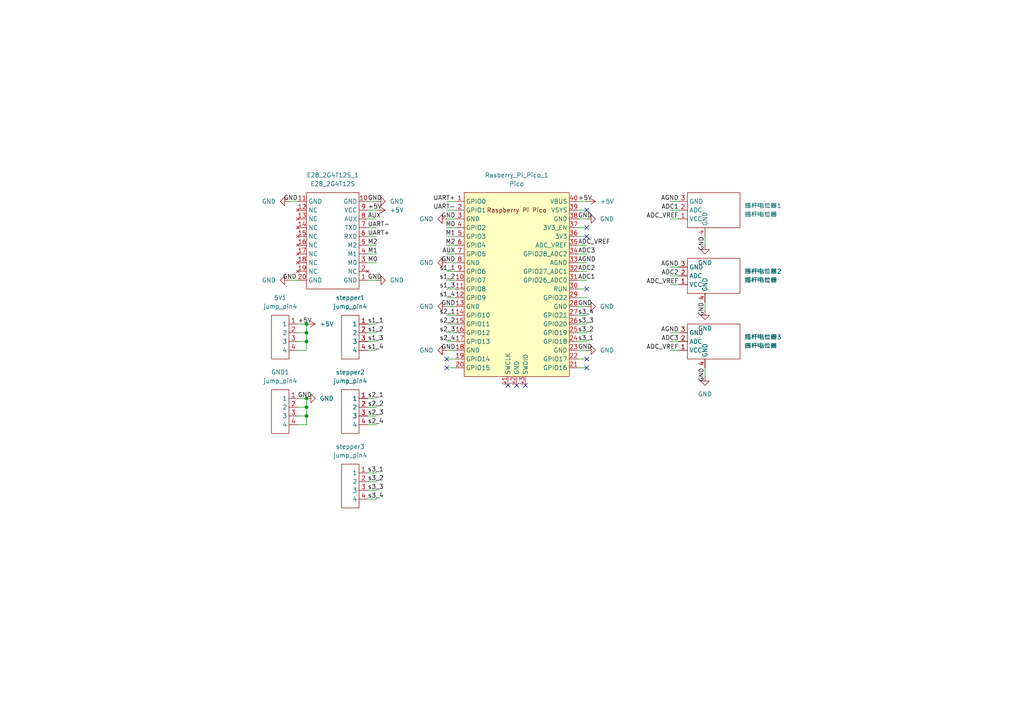
<source format=kicad_sch>
(kicad_sch (version 20211123) (generator eeschema)

  (uuid e63e39d7-6ac0-4ffd-8aa3-1841a4541b55)

  (paper "A4")

  (lib_symbols
    (symbol "E28:E28_2G4T12S" (in_bom yes) (on_board yes)
      (property "Reference" "U" (id 0) (at 0 20.32 0)
        (effects (font (size 1.27 1.27)))
      )
      (property "Value" "E28_2G4T12S" (id 1) (at 0 17.78 0)
        (effects (font (size 1.27 1.27)))
      )
      (property "Footprint" "E28:E28_2G4T12S" (id 2) (at 0 25.4 0)
        (effects (font (size 1.27 1.27)) hide)
      )
      (property "Datasheet" "https://www.ebyte.com/product-view-news.html?id=314" (id 3) (at 0 22.86 0)
        (effects (font (size 1.27 1.27)) hide)
      )
      (property "ki_description" "EBYTE_E28_2G4T12S" (id 4) (at 0 0 0)
        (effects (font (size 1.27 1.27)) hide)
      )
      (symbol "E28_2G4T12S_0_1"
        (rectangle (start 7.62 -12.7) (end -7.62 15.24)
          (stroke (width 0) (type default) (color 0 0 0 0))
          (fill (type none))
        )
      )
      (symbol "E28_2G4T12S_1_1"
        (pin power_in line (at 10.16 -10.16 180) (length 2.54)
          (name "GND" (effects (font (size 1.27 1.27))))
          (number "1" (effects (font (size 1.27 1.27))))
        )
        (pin power_in line (at 10.16 12.7 180) (length 2.54)
          (name "GND" (effects (font (size 1.27 1.27))))
          (number "10" (effects (font (size 1.27 1.27))))
        )
        (pin power_in line (at -10.16 12.7 0) (length 2.54)
          (name "GND" (effects (font (size 1.27 1.27))))
          (number "11" (effects (font (size 1.27 1.27))))
        )
        (pin no_connect line (at -10.16 10.16 0) (length 2.54)
          (name "NC" (effects (font (size 1.27 1.27))))
          (number "12" (effects (font (size 1.27 1.27))))
        )
        (pin no_connect line (at -10.16 7.62 0) (length 2.54)
          (name "NC" (effects (font (size 1.27 1.27))))
          (number "13" (effects (font (size 1.27 1.27))))
        )
        (pin no_connect line (at -10.16 5.08 0) (length 2.54)
          (name "NC" (effects (font (size 1.27 1.27))))
          (number "14" (effects (font (size 1.27 1.27))))
        )
        (pin no_connect line (at -10.16 2.54 0) (length 2.54)
          (name "NC" (effects (font (size 1.27 1.27))))
          (number "15" (effects (font (size 1.27 1.27))))
        )
        (pin no_connect line (at -10.16 0 0) (length 2.54)
          (name "NC" (effects (font (size 1.27 1.27))))
          (number "16" (effects (font (size 1.27 1.27))))
        )
        (pin no_connect line (at -10.16 -2.54 0) (length 2.54)
          (name "NC" (effects (font (size 1.27 1.27))))
          (number "17" (effects (font (size 1.27 1.27))))
        )
        (pin no_connect line (at -10.16 -5.08 0) (length 2.54)
          (name "NC" (effects (font (size 1.27 1.27))))
          (number "18" (effects (font (size 1.27 1.27))))
        )
        (pin no_connect line (at -10.16 -7.62 0) (length 2.54)
          (name "NC" (effects (font (size 1.27 1.27))))
          (number "19" (effects (font (size 1.27 1.27))))
        )
        (pin no_connect line (at 10.16 -7.62 180) (length 2.54)
          (name "NC" (effects (font (size 1.27 1.27))))
          (number "2" (effects (font (size 1.27 1.27))))
        )
        (pin input line (at -10.16 -10.16 0) (length 2.54)
          (name "GND" (effects (font (size 1.27 1.27))))
          (number "20" (effects (font (size 1.27 1.27))))
        )
        (pin input line (at 10.16 -5.08 180) (length 2.54)
          (name "M0" (effects (font (size 1.27 1.27))))
          (number "3" (effects (font (size 1.27 1.27))))
        )
        (pin input line (at 10.16 -2.54 180) (length 2.54)
          (name "M1" (effects (font (size 1.27 1.27))))
          (number "4" (effects (font (size 1.27 1.27))))
        )
        (pin input line (at 10.16 0 180) (length 2.54)
          (name "M2" (effects (font (size 1.27 1.27))))
          (number "5" (effects (font (size 1.27 1.27))))
        )
        (pin input line (at 10.16 2.54 180) (length 2.54)
          (name "RXD" (effects (font (size 1.27 1.27))))
          (number "6" (effects (font (size 1.27 1.27))))
        )
        (pin output line (at 10.16 5.08 180) (length 2.54)
          (name "TXD" (effects (font (size 1.27 1.27))))
          (number "7" (effects (font (size 1.27 1.27))))
        )
        (pin output line (at 10.16 7.62 180) (length 2.54)
          (name "AUX" (effects (font (size 1.27 1.27))))
          (number "8" (effects (font (size 1.27 1.27))))
        )
        (pin power_in line (at 10.16 10.16 180) (length 2.54)
          (name "VCC" (effects (font (size 1.27 1.27))))
          (number "9" (effects (font (size 1.27 1.27))))
        )
      )
    )
    (symbol "PCIO:Pico" (in_bom yes) (on_board yes)
      (property "Reference" "U" (id 0) (at -13.97 27.94 0)
        (effects (font (size 1.27 1.27)))
      )
      (property "Value" "Pico" (id 1) (at 0 19.05 0)
        (effects (font (size 1.27 1.27)))
      )
      (property "Footprint" "PICO:RPi_Pico_SMD_TH" (id 2) (at 0 0 90)
        (effects (font (size 1.27 1.27)) hide)
      )
      (property "Datasheet" "" (id 3) (at 0 0 0)
        (effects (font (size 1.27 1.27)) hide)
      )
      (symbol "Pico_0_0"
        (text "Raspberry Pi Pico" (at 0 21.59 0)
          (effects (font (size 1.27 1.27)))
        )
      )
      (symbol "Pico_0_1"
        (rectangle (start -15.24 26.67) (end 15.24 -26.67)
          (stroke (width 0) (type default) (color 0 0 0 0))
          (fill (type background))
        )
      )
      (symbol "Pico_1_1"
        (pin bidirectional line (at -17.78 24.13 0) (length 2.54)
          (name "GPIO0" (effects (font (size 1.27 1.27))))
          (number "1" (effects (font (size 1.27 1.27))))
        )
        (pin bidirectional line (at -17.78 1.27 0) (length 2.54)
          (name "GPIO7" (effects (font (size 1.27 1.27))))
          (number "10" (effects (font (size 1.27 1.27))))
        )
        (pin bidirectional line (at -17.78 -1.27 0) (length 2.54)
          (name "GPIO8" (effects (font (size 1.27 1.27))))
          (number "11" (effects (font (size 1.27 1.27))))
        )
        (pin bidirectional line (at -17.78 -3.81 0) (length 2.54)
          (name "GPIO9" (effects (font (size 1.27 1.27))))
          (number "12" (effects (font (size 1.27 1.27))))
        )
        (pin power_in line (at -17.78 -6.35 0) (length 2.54)
          (name "GND" (effects (font (size 1.27 1.27))))
          (number "13" (effects (font (size 1.27 1.27))))
        )
        (pin bidirectional line (at -17.78 -8.89 0) (length 2.54)
          (name "GPIO10" (effects (font (size 1.27 1.27))))
          (number "14" (effects (font (size 1.27 1.27))))
        )
        (pin bidirectional line (at -17.78 -11.43 0) (length 2.54)
          (name "GPIO11" (effects (font (size 1.27 1.27))))
          (number "15" (effects (font (size 1.27 1.27))))
        )
        (pin bidirectional line (at -17.78 -13.97 0) (length 2.54)
          (name "GPIO12" (effects (font (size 1.27 1.27))))
          (number "16" (effects (font (size 1.27 1.27))))
        )
        (pin bidirectional line (at -17.78 -16.51 0) (length 2.54)
          (name "GPIO13" (effects (font (size 1.27 1.27))))
          (number "17" (effects (font (size 1.27 1.27))))
        )
        (pin power_in line (at -17.78 -19.05 0) (length 2.54)
          (name "GND" (effects (font (size 1.27 1.27))))
          (number "18" (effects (font (size 1.27 1.27))))
        )
        (pin bidirectional line (at -17.78 -21.59 0) (length 2.54)
          (name "GPIO14" (effects (font (size 1.27 1.27))))
          (number "19" (effects (font (size 1.27 1.27))))
        )
        (pin bidirectional line (at -17.78 21.59 0) (length 2.54)
          (name "GPIO1" (effects (font (size 1.27 1.27))))
          (number "2" (effects (font (size 1.27 1.27))))
        )
        (pin bidirectional line (at -17.78 -24.13 0) (length 2.54)
          (name "GPIO15" (effects (font (size 1.27 1.27))))
          (number "20" (effects (font (size 1.27 1.27))))
        )
        (pin bidirectional line (at 17.78 -24.13 180) (length 2.54)
          (name "GPIO16" (effects (font (size 1.27 1.27))))
          (number "21" (effects (font (size 1.27 1.27))))
        )
        (pin bidirectional line (at 17.78 -21.59 180) (length 2.54)
          (name "GPIO17" (effects (font (size 1.27 1.27))))
          (number "22" (effects (font (size 1.27 1.27))))
        )
        (pin power_in line (at 17.78 -19.05 180) (length 2.54)
          (name "GND" (effects (font (size 1.27 1.27))))
          (number "23" (effects (font (size 1.27 1.27))))
        )
        (pin bidirectional line (at 17.78 -16.51 180) (length 2.54)
          (name "GPIO18" (effects (font (size 1.27 1.27))))
          (number "24" (effects (font (size 1.27 1.27))))
        )
        (pin bidirectional line (at 17.78 -13.97 180) (length 2.54)
          (name "GPIO19" (effects (font (size 1.27 1.27))))
          (number "25" (effects (font (size 1.27 1.27))))
        )
        (pin bidirectional line (at 17.78 -11.43 180) (length 2.54)
          (name "GPIO20" (effects (font (size 1.27 1.27))))
          (number "26" (effects (font (size 1.27 1.27))))
        )
        (pin bidirectional line (at 17.78 -8.89 180) (length 2.54)
          (name "GPIO21" (effects (font (size 1.27 1.27))))
          (number "27" (effects (font (size 1.27 1.27))))
        )
        (pin power_in line (at 17.78 -6.35 180) (length 2.54)
          (name "GND" (effects (font (size 1.27 1.27))))
          (number "28" (effects (font (size 1.27 1.27))))
        )
        (pin bidirectional line (at 17.78 -3.81 180) (length 2.54)
          (name "GPIO22" (effects (font (size 1.27 1.27))))
          (number "29" (effects (font (size 1.27 1.27))))
        )
        (pin power_in line (at -17.78 19.05 0) (length 2.54)
          (name "GND" (effects (font (size 1.27 1.27))))
          (number "3" (effects (font (size 1.27 1.27))))
        )
        (pin input line (at 17.78 -1.27 180) (length 2.54)
          (name "RUN" (effects (font (size 1.27 1.27))))
          (number "30" (effects (font (size 1.27 1.27))))
        )
        (pin bidirectional line (at 17.78 1.27 180) (length 2.54)
          (name "GPIO26_ADC0" (effects (font (size 1.27 1.27))))
          (number "31" (effects (font (size 1.27 1.27))))
        )
        (pin bidirectional line (at 17.78 3.81 180) (length 2.54)
          (name "GPIO27_ADC1" (effects (font (size 1.27 1.27))))
          (number "32" (effects (font (size 1.27 1.27))))
        )
        (pin power_in line (at 17.78 6.35 180) (length 2.54)
          (name "AGND" (effects (font (size 1.27 1.27))))
          (number "33" (effects (font (size 1.27 1.27))))
        )
        (pin bidirectional line (at 17.78 8.89 180) (length 2.54)
          (name "GPIO28_ADC2" (effects (font (size 1.27 1.27))))
          (number "34" (effects (font (size 1.27 1.27))))
        )
        (pin power_in line (at 17.78 11.43 180) (length 2.54)
          (name "ADC_VREF" (effects (font (size 1.27 1.27))))
          (number "35" (effects (font (size 1.27 1.27))))
        )
        (pin power_in line (at 17.78 13.97 180) (length 2.54)
          (name "3V3" (effects (font (size 1.27 1.27))))
          (number "36" (effects (font (size 1.27 1.27))))
        )
        (pin input line (at 17.78 16.51 180) (length 2.54)
          (name "3V3_EN" (effects (font (size 1.27 1.27))))
          (number "37" (effects (font (size 1.27 1.27))))
        )
        (pin bidirectional line (at 17.78 19.05 180) (length 2.54)
          (name "GND" (effects (font (size 1.27 1.27))))
          (number "38" (effects (font (size 1.27 1.27))))
        )
        (pin power_in line (at 17.78 21.59 180) (length 2.54)
          (name "VSYS" (effects (font (size 1.27 1.27))))
          (number "39" (effects (font (size 1.27 1.27))))
        )
        (pin bidirectional line (at -17.78 16.51 0) (length 2.54)
          (name "GPIO2" (effects (font (size 1.27 1.27))))
          (number "4" (effects (font (size 1.27 1.27))))
        )
        (pin power_in line (at 17.78 24.13 180) (length 2.54)
          (name "VBUS" (effects (font (size 1.27 1.27))))
          (number "40" (effects (font (size 1.27 1.27))))
        )
        (pin input line (at -2.54 -29.21 90) (length 2.54)
          (name "SWCLK" (effects (font (size 1.27 1.27))))
          (number "41" (effects (font (size 1.27 1.27))))
        )
        (pin power_in line (at 0 -29.21 90) (length 2.54)
          (name "GND" (effects (font (size 1.27 1.27))))
          (number "42" (effects (font (size 1.27 1.27))))
        )
        (pin bidirectional line (at 2.54 -29.21 90) (length 2.54)
          (name "SWDIO" (effects (font (size 1.27 1.27))))
          (number "43" (effects (font (size 1.27 1.27))))
        )
        (pin bidirectional line (at -17.78 13.97 0) (length 2.54)
          (name "GPIO3" (effects (font (size 1.27 1.27))))
          (number "5" (effects (font (size 1.27 1.27))))
        )
        (pin bidirectional line (at -17.78 11.43 0) (length 2.54)
          (name "GPIO4" (effects (font (size 1.27 1.27))))
          (number "6" (effects (font (size 1.27 1.27))))
        )
        (pin bidirectional line (at -17.78 8.89 0) (length 2.54)
          (name "GPIO5" (effects (font (size 1.27 1.27))))
          (number "7" (effects (font (size 1.27 1.27))))
        )
        (pin power_in line (at -17.78 6.35 0) (length 2.54)
          (name "GND" (effects (font (size 1.27 1.27))))
          (number "8" (effects (font (size 1.27 1.27))))
        )
        (pin bidirectional line (at -17.78 3.81 0) (length 2.54)
          (name "GPIO6" (effects (font (size 1.27 1.27))))
          (number "9" (effects (font (size 1.27 1.27))))
        )
      )
    )
    (symbol "power:+5V" (power) (pin_names (offset 0)) (in_bom yes) (on_board yes)
      (property "Reference" "#PWR" (id 0) (at 0 -3.81 0)
        (effects (font (size 1.27 1.27)) hide)
      )
      (property "Value" "+5V" (id 1) (at 0 3.556 0)
        (effects (font (size 1.27 1.27)))
      )
      (property "Footprint" "" (id 2) (at 0 0 0)
        (effects (font (size 1.27 1.27)) hide)
      )
      (property "Datasheet" "" (id 3) (at 0 0 0)
        (effects (font (size 1.27 1.27)) hide)
      )
      (property "ki_keywords" "power-flag" (id 4) (at 0 0 0)
        (effects (font (size 1.27 1.27)) hide)
      )
      (property "ki_description" "Power symbol creates a global label with name \"+5V\"" (id 5) (at 0 0 0)
        (effects (font (size 1.27 1.27)) hide)
      )
      (symbol "+5V_0_1"
        (polyline
          (pts
            (xy -0.762 1.27)
            (xy 0 2.54)
          )
          (stroke (width 0) (type default) (color 0 0 0 0))
          (fill (type none))
        )
        (polyline
          (pts
            (xy 0 0)
            (xy 0 2.54)
          )
          (stroke (width 0) (type default) (color 0 0 0 0))
          (fill (type none))
        )
        (polyline
          (pts
            (xy 0 2.54)
            (xy 0.762 1.27)
          )
          (stroke (width 0) (type default) (color 0 0 0 0))
          (fill (type none))
        )
      )
      (symbol "+5V_1_1"
        (pin power_in line (at 0 0 90) (length 0) hide
          (name "+5V" (effects (font (size 1.27 1.27))))
          (number "1" (effects (font (size 1.27 1.27))))
        )
      )
    )
    (symbol "power:GND" (power) (pin_names (offset 0)) (in_bom yes) (on_board yes)
      (property "Reference" "#PWR" (id 0) (at 0 -6.35 0)
        (effects (font (size 1.27 1.27)) hide)
      )
      (property "Value" "GND" (id 1) (at 0 -3.81 0)
        (effects (font (size 1.27 1.27)))
      )
      (property "Footprint" "" (id 2) (at 0 0 0)
        (effects (font (size 1.27 1.27)) hide)
      )
      (property "Datasheet" "" (id 3) (at 0 0 0)
        (effects (font (size 1.27 1.27)) hide)
      )
      (property "ki_keywords" "power-flag" (id 4) (at 0 0 0)
        (effects (font (size 1.27 1.27)) hide)
      )
      (property "ki_description" "Power symbol creates a global label with name \"GND\" , ground" (id 5) (at 0 0 0)
        (effects (font (size 1.27 1.27)) hide)
      )
      (symbol "GND_0_1"
        (polyline
          (pts
            (xy 0 0)
            (xy 0 -1.27)
            (xy 1.27 -1.27)
            (xy 0 -2.54)
            (xy -1.27 -1.27)
            (xy 0 -1.27)
          )
          (stroke (width 0) (type default) (color 0 0 0 0))
          (fill (type none))
        )
      )
      (symbol "GND_1_1"
        (pin power_in line (at 0 0 270) (length 0) hide
          (name "GND" (effects (font (size 1.27 1.27))))
          (number "1" (effects (font (size 1.27 1.27))))
        )
      )
    )
    (symbol "电位器:摇杆电位器" (in_bom yes) (on_board yes)
      (property "Reference" "U" (id 0) (at 2.54 -2.54 0)
        (effects (font (size 1.27 1.27)))
      )
      (property "Value" "摇杆电位器" (id 1) (at 2.54 0 0)
        (effects (font (size 1.27 1.27)))
      )
      (property "Footprint" "电位器:摇杆电位器" (id 2) (at 0 6.35 0)
        (effects (font (size 1.27 1.27)) hide)
      )
      (property "Datasheet" "" (id 3) (at 0 0 0)
        (effects (font (size 1.27 1.27)) hide)
      )
      (symbol "摇杆电位器_0_1"
        (rectangle (start -7.62 5.08) (end 7.62 -5.08)
          (stroke (width 0) (type default) (color 0 0 0 0))
          (fill (type none))
        )
      )
      (symbol "摇杆电位器_1_1"
        (pin bidirectional line (at -10.16 -2.54 0) (length 2.54)
          (name "VCC" (effects (font (size 1.27 1.27))))
          (number "1" (effects (font (size 1.27 1.27))))
        )
        (pin bidirectional line (at -10.16 0 0) (length 2.54)
          (name "ADC" (effects (font (size 1.27 1.27))))
          (number "2" (effects (font (size 1.27 1.27))))
        )
        (pin bidirectional line (at -10.16 2.54 0) (length 2.54)
          (name "GND" (effects (font (size 1.27 1.27))))
          (number "3" (effects (font (size 1.27 1.27))))
        )
        (pin passive line (at -2.54 -7.62 90) (length 2.54)
          (name "GND" (effects (font (size 1.27 1.27))))
          (number "4" (effects (font (size 1.27 1.27))))
        )
      )
    )
    (symbol "跳线:jump_pin4" (in_bom yes) (on_board yes)
      (property "Reference" "J" (id 0) (at -1.27 1.27 0)
        (effects (font (size 1.27 1.27)))
      )
      (property "Value" "jump_pin4" (id 1) (at -1.27 -1.27 0)
        (effects (font (size 1.27 1.27)))
      )
      (property "Footprint" "跳线:SIP-4" (id 2) (at -1.27 -3.81 0)
        (effects (font (size 1.27 1.27)) hide)
      )
      (property "Datasheet" "" (id 3) (at 0 0 0)
        (effects (font (size 1.27 1.27)) hide)
      )
      (symbol "jump_pin4_0_1"
        (rectangle (start -7.62 2.54) (end 5.08 -2.54)
          (stroke (width 0) (type default) (color 0 0 0 0))
          (fill (type none))
        )
      )
      (symbol "jump_pin4_1_1"
        (pin passive line (at -5.08 5.08 270) (length 2.54)
          (name "1" (effects (font (size 1.27 1.27))))
          (number "1" (effects (font (size 1.27 1.27))))
        )
        (pin passive line (at -2.54 5.08 270) (length 2.54)
          (name "2" (effects (font (size 1.27 1.27))))
          (number "2" (effects (font (size 1.27 1.27))))
        )
        (pin passive line (at 0 5.08 270) (length 2.54)
          (name "3" (effects (font (size 1.27 1.27))))
          (number "3" (effects (font (size 1.27 1.27))))
        )
        (pin passive line (at 2.54 5.08 270) (length 2.54)
          (name "4" (effects (font (size 1.27 1.27))))
          (number "4" (effects (font (size 1.27 1.27))))
        )
      )
    )
  )

  (junction (at 88.9 93.98) (diameter 0) (color 0 0 0 0)
    (uuid 36eb2580-2e7a-4e6b-80cf-bfa01cccc29f)
  )
  (junction (at 88.9 99.06) (diameter 0) (color 0 0 0 0)
    (uuid 5828021f-4c7a-4d8d-b434-1601ca6e3bc7)
  )
  (junction (at 88.9 115.57) (diameter 0) (color 0 0 0 0)
    (uuid 82f47992-795b-4d84-b549-c5aae74dd70a)
  )
  (junction (at 88.9 96.52) (diameter 0) (color 0 0 0 0)
    (uuid e5a616b1-184b-4881-a857-009b8d8aea17)
  )
  (junction (at 88.9 118.11) (diameter 0) (color 0 0 0 0)
    (uuid e798bbae-6f37-42c7-b934-1d6f3fd65ed9)
  )
  (junction (at 88.9 120.65) (diameter 0) (color 0 0 0 0)
    (uuid f312a840-4c8b-4870-a3a7-af83de8f5600)
  )

  (no_connect (at 147.32 111.76) (uuid 1dc8e452-664b-4275-a1e0-c84eb397eb76))
  (no_connect (at 149.86 111.76) (uuid 1dc8e452-664b-4275-a1e0-c84eb397eb77))
  (no_connect (at 152.4 111.76) (uuid 1dc8e452-664b-4275-a1e0-c84eb397eb78))
  (no_connect (at 170.18 106.68) (uuid 5dad9408-290a-464f-aacb-95b0201911d4))
  (no_connect (at 170.18 104.14) (uuid 5dad9408-290a-464f-aacb-95b0201911d5))
  (no_connect (at 129.54 106.68) (uuid 5dad9408-290a-464f-aacb-95b0201911d6))
  (no_connect (at 170.18 68.58) (uuid 5dad9408-290a-464f-aacb-95b0201911d7))
  (no_connect (at 170.18 66.04) (uuid 5dad9408-290a-464f-aacb-95b0201911d8))
  (no_connect (at 170.18 60.96) (uuid 5dad9408-290a-464f-aacb-95b0201911d9))
  (no_connect (at 170.18 83.82) (uuid 5dad9408-290a-464f-aacb-95b0201911da))
  (no_connect (at 129.54 104.14) (uuid 5dad9408-290a-464f-aacb-95b0201911db))

  (wire (pts (xy 106.68 81.28) (xy 109.22 81.28))
    (stroke (width 0) (type default) (color 0 0 0 0))
    (uuid 00e74d54-09df-495b-9a27-66b55a67fac2)
  )
  (wire (pts (xy 106.68 76.2) (xy 109.22 76.2))
    (stroke (width 0) (type default) (color 0 0 0 0))
    (uuid 029df318-e6c9-4bb7-bb87-f9491cbd6b24)
  )
  (wire (pts (xy 129.54 93.98) (xy 132.08 93.98))
    (stroke (width 0) (type default) (color 0 0 0 0))
    (uuid 03f21629-4eba-4080-9d47-83b55360a066)
  )
  (wire (pts (xy 167.64 88.9) (xy 170.18 88.9))
    (stroke (width 0) (type default) (color 0 0 0 0))
    (uuid 052c8cda-4526-4bd7-8c0b-5cb7a0f603ea)
  )
  (wire (pts (xy 167.64 99.06) (xy 170.18 99.06))
    (stroke (width 0) (type default) (color 0 0 0 0))
    (uuid 074f2df9-f992-4637-a4f9-8f07c34857ab)
  )
  (wire (pts (xy 204.47 109.22) (xy 204.47 106.68))
    (stroke (width 0) (type default) (color 0 0 0 0))
    (uuid 0a7f48b7-269d-47fa-ab0c-5ecc75deaf9a)
  )
  (wire (pts (xy 129.54 99.06) (xy 132.08 99.06))
    (stroke (width 0) (type default) (color 0 0 0 0))
    (uuid 133e339f-e6ef-41df-a58c-55f82e7f17c4)
  )
  (wire (pts (xy 86.36 115.57) (xy 88.9 115.57))
    (stroke (width 0) (type default) (color 0 0 0 0))
    (uuid 15f8c2ac-2018-4c22-90b9-118d956f2f20)
  )
  (wire (pts (xy 106.68 58.42) (xy 109.22 58.42))
    (stroke (width 0) (type default) (color 0 0 0 0))
    (uuid 1b6d5f4d-dc14-4986-867a-070c554b1fa5)
  )
  (wire (pts (xy 167.64 83.82) (xy 170.18 83.82))
    (stroke (width 0) (type default) (color 0 0 0 0))
    (uuid 1ff8fb44-9626-4bd8-b32b-dcbd1639a526)
  )
  (wire (pts (xy 86.36 118.11) (xy 88.9 118.11))
    (stroke (width 0) (type default) (color 0 0 0 0))
    (uuid 2145164f-ee52-412a-829f-5a0805e13c01)
  )
  (wire (pts (xy 106.68 115.57) (xy 109.22 115.57))
    (stroke (width 0) (type default) (color 0 0 0 0))
    (uuid 226677ed-1994-4a7a-b64b-2ad328a85caf)
  )
  (wire (pts (xy 167.64 78.74) (xy 170.18 78.74))
    (stroke (width 0) (type default) (color 0 0 0 0))
    (uuid 26b456c4-9cb8-452c-b66f-7a24b5b4c892)
  )
  (wire (pts (xy 129.54 91.44) (xy 132.08 91.44))
    (stroke (width 0) (type default) (color 0 0 0 0))
    (uuid 29959695-e2f7-4146-b6ec-ee67f0fa9640)
  )
  (wire (pts (xy 129.54 106.68) (xy 132.08 106.68))
    (stroke (width 0) (type default) (color 0 0 0 0))
    (uuid 2a5e0643-fcb3-44d9-9f3d-ba6af27daf3d)
  )
  (wire (pts (xy 129.54 58.42) (xy 132.08 58.42))
    (stroke (width 0) (type default) (color 0 0 0 0))
    (uuid 2e4817c7-7793-495f-802b-8bd08f70960a)
  )
  (wire (pts (xy 129.54 86.36) (xy 132.08 86.36))
    (stroke (width 0) (type default) (color 0 0 0 0))
    (uuid 2fb6b4ad-c420-427e-be69-70504aefadde)
  )
  (wire (pts (xy 167.64 106.68) (xy 170.18 106.68))
    (stroke (width 0) (type default) (color 0 0 0 0))
    (uuid 32220c5b-7f74-40bb-8400-43bf7fcdeb46)
  )
  (wire (pts (xy 167.64 81.28) (xy 170.18 81.28))
    (stroke (width 0) (type default) (color 0 0 0 0))
    (uuid 32c6e293-ccab-4f53-a358-785bd0cadde6)
  )
  (wire (pts (xy 167.64 71.12) (xy 170.18 71.12))
    (stroke (width 0) (type default) (color 0 0 0 0))
    (uuid 33611798-ff99-4fbf-8304-671ca4cd15e2)
  )
  (wire (pts (xy 106.68 101.6) (xy 109.22 101.6))
    (stroke (width 0) (type default) (color 0 0 0 0))
    (uuid 337db8b4-bcfe-4f48-b0b8-bff1689d8c04)
  )
  (wire (pts (xy 83.82 81.28) (xy 86.36 81.28))
    (stroke (width 0) (type default) (color 0 0 0 0))
    (uuid 38965cbf-0b11-4899-9485-929234a76d39)
  )
  (wire (pts (xy 129.54 63.5) (xy 132.08 63.5))
    (stroke (width 0) (type default) (color 0 0 0 0))
    (uuid 3aed4377-7b23-4a6b-8c1b-9331fecfd43d)
  )
  (wire (pts (xy 106.68 71.12) (xy 109.22 71.12))
    (stroke (width 0) (type default) (color 0 0 0 0))
    (uuid 3ba60036-2913-453f-97d5-d016d7684cbe)
  )
  (wire (pts (xy 194.31 80.01) (xy 196.85 80.01))
    (stroke (width 0) (type default) (color 0 0 0 0))
    (uuid 435b1159-3910-4c20-abde-77defceaad63)
  )
  (wire (pts (xy 88.9 99.06) (xy 88.9 101.6))
    (stroke (width 0) (type default) (color 0 0 0 0))
    (uuid 439889af-9090-4dee-aa99-32ee3e474d79)
  )
  (wire (pts (xy 167.64 58.42) (xy 170.18 58.42))
    (stroke (width 0) (type default) (color 0 0 0 0))
    (uuid 44fb94fa-d76e-491a-b5a2-0664fb17987e)
  )
  (wire (pts (xy 88.9 120.65) (xy 88.9 123.19))
    (stroke (width 0) (type default) (color 0 0 0 0))
    (uuid 459035f8-7f41-4a5e-9320-507a660f3c1b)
  )
  (wire (pts (xy 129.54 96.52) (xy 132.08 96.52))
    (stroke (width 0) (type default) (color 0 0 0 0))
    (uuid 46713bb8-6013-4d8c-a03e-5e2d8544fd74)
  )
  (wire (pts (xy 194.31 99.06) (xy 196.85 99.06))
    (stroke (width 0) (type default) (color 0 0 0 0))
    (uuid 4b325a01-8647-4892-9fa1-1bca8a79446b)
  )
  (wire (pts (xy 167.64 76.2) (xy 170.18 76.2))
    (stroke (width 0) (type default) (color 0 0 0 0))
    (uuid 51149f09-3a8f-4689-af42-9d3c9bd3a417)
  )
  (wire (pts (xy 129.54 66.04) (xy 132.08 66.04))
    (stroke (width 0) (type default) (color 0 0 0 0))
    (uuid 5132338b-d784-4a80-ba88-45666a272fea)
  )
  (wire (pts (xy 106.68 73.66) (xy 109.22 73.66))
    (stroke (width 0) (type default) (color 0 0 0 0))
    (uuid 52e2e555-5cbc-4500-8e76-af1e99c56847)
  )
  (wire (pts (xy 129.54 83.82) (xy 132.08 83.82))
    (stroke (width 0) (type default) (color 0 0 0 0))
    (uuid 55d87712-46bf-4fc3-b3a7-6e0adf06b46e)
  )
  (wire (pts (xy 106.68 60.96) (xy 109.22 60.96))
    (stroke (width 0) (type default) (color 0 0 0 0))
    (uuid 5a699311-648e-4b3c-975e-25492c9fe469)
  )
  (wire (pts (xy 167.64 60.96) (xy 170.18 60.96))
    (stroke (width 0) (type default) (color 0 0 0 0))
    (uuid 5cb2e1c8-5547-4d80-8f3d-ba6b6117a4a2)
  )
  (wire (pts (xy 167.64 93.98) (xy 170.18 93.98))
    (stroke (width 0) (type default) (color 0 0 0 0))
    (uuid 5f307aaa-c78d-466a-b5f1-e9749b8abb96)
  )
  (wire (pts (xy 194.31 58.42) (xy 196.85 58.42))
    (stroke (width 0) (type default) (color 0 0 0 0))
    (uuid 63a01994-4acc-4d74-8ded-53cb980b54d4)
  )
  (wire (pts (xy 194.31 63.5) (xy 196.85 63.5))
    (stroke (width 0) (type default) (color 0 0 0 0))
    (uuid 67bec224-73c1-45aa-9dfb-6da9e82aba1f)
  )
  (wire (pts (xy 88.9 118.11) (xy 88.9 120.65))
    (stroke (width 0) (type default) (color 0 0 0 0))
    (uuid 6c34a061-5f6e-492d-bd26-73760e51f181)
  )
  (wire (pts (xy 167.64 96.52) (xy 170.18 96.52))
    (stroke (width 0) (type default) (color 0 0 0 0))
    (uuid 6ea579fe-0067-4ac1-95b6-928f84225f8d)
  )
  (wire (pts (xy 167.64 68.58) (xy 170.18 68.58))
    (stroke (width 0) (type default) (color 0 0 0 0))
    (uuid 71e100e9-7680-4270-8877-b36124f1a5d1)
  )
  (wire (pts (xy 129.54 101.6) (xy 132.08 101.6))
    (stroke (width 0) (type default) (color 0 0 0 0))
    (uuid 71f8f2d4-81f9-4c79-a3e6-d09c0ab96ac8)
  )
  (wire (pts (xy 106.68 139.7) (xy 109.22 139.7))
    (stroke (width 0) (type default) (color 0 0 0 0))
    (uuid 742498ab-bdf4-4ee2-aaee-660da3c2cfbf)
  )
  (wire (pts (xy 129.54 68.58) (xy 132.08 68.58))
    (stroke (width 0) (type default) (color 0 0 0 0))
    (uuid 76837755-b84f-473b-a925-3a0ebe33e573)
  )
  (wire (pts (xy 204.47 90.17) (xy 204.47 87.63))
    (stroke (width 0) (type default) (color 0 0 0 0))
    (uuid 77be2b9a-7f1c-46f4-8e15-d06111f99d2b)
  )
  (wire (pts (xy 129.54 81.28) (xy 132.08 81.28))
    (stroke (width 0) (type default) (color 0 0 0 0))
    (uuid 782f45bf-a2ef-4313-a747-f08ffa70f48b)
  )
  (wire (pts (xy 167.64 91.44) (xy 170.18 91.44))
    (stroke (width 0) (type default) (color 0 0 0 0))
    (uuid 7b448c6f-a292-4cc4-952b-0a5b2b0b1bb1)
  )
  (wire (pts (xy 106.68 68.58) (xy 109.22 68.58))
    (stroke (width 0) (type default) (color 0 0 0 0))
    (uuid 803757fc-7220-4262-a47d-fcc74fb02d29)
  )
  (wire (pts (xy 129.54 73.66) (xy 132.08 73.66))
    (stroke (width 0) (type default) (color 0 0 0 0))
    (uuid 84336275-1ff9-4eed-a184-9c75d4832974)
  )
  (wire (pts (xy 129.54 76.2) (xy 132.08 76.2))
    (stroke (width 0) (type default) (color 0 0 0 0))
    (uuid 87b4d50b-b204-47d6-9d10-910befe6d1e2)
  )
  (wire (pts (xy 167.64 86.36) (xy 170.18 86.36))
    (stroke (width 0) (type default) (color 0 0 0 0))
    (uuid 8b905fa1-adb3-4356-8ffe-2bfa8bf6d38d)
  )
  (wire (pts (xy 194.31 101.6) (xy 196.85 101.6))
    (stroke (width 0) (type default) (color 0 0 0 0))
    (uuid 9c531a34-8054-4b37-97fb-3e60c78634c9)
  )
  (wire (pts (xy 106.68 123.19) (xy 109.22 123.19))
    (stroke (width 0) (type default) (color 0 0 0 0))
    (uuid a0487892-8999-4e67-a38d-302eaf2161f3)
  )
  (wire (pts (xy 167.64 104.14) (xy 170.18 104.14))
    (stroke (width 0) (type default) (color 0 0 0 0))
    (uuid a225d059-37df-4d29-8f54-f80d93712dc7)
  )
  (wire (pts (xy 88.9 93.98) (xy 88.9 96.52))
    (stroke (width 0) (type default) (color 0 0 0 0))
    (uuid a4d10810-e032-472c-94e4-478c11132dea)
  )
  (wire (pts (xy 86.36 99.06) (xy 88.9 99.06))
    (stroke (width 0) (type default) (color 0 0 0 0))
    (uuid a8bb4afa-35b0-41db-8d99-8ea42d121830)
  )
  (wire (pts (xy 106.68 142.24) (xy 109.22 142.24))
    (stroke (width 0) (type default) (color 0 0 0 0))
    (uuid aa3c2566-9cc0-4852-b662-262802c8f297)
  )
  (wire (pts (xy 129.54 71.12) (xy 132.08 71.12))
    (stroke (width 0) (type default) (color 0 0 0 0))
    (uuid ac3cbd95-94e6-45be-97ee-9260d017888d)
  )
  (wire (pts (xy 106.68 120.65) (xy 109.22 120.65))
    (stroke (width 0) (type default) (color 0 0 0 0))
    (uuid ae276188-5d81-45f9-b7a8-5fe82f71de53)
  )
  (wire (pts (xy 167.64 73.66) (xy 170.18 73.66))
    (stroke (width 0) (type default) (color 0 0 0 0))
    (uuid aeb40eeb-bd87-4300-87f5-bb1939c50508)
  )
  (wire (pts (xy 194.31 77.47) (xy 196.85 77.47))
    (stroke (width 0) (type default) (color 0 0 0 0))
    (uuid b3195306-24b8-41ac-9cdf-3190a6338418)
  )
  (wire (pts (xy 106.68 66.04) (xy 109.22 66.04))
    (stroke (width 0) (type default) (color 0 0 0 0))
    (uuid ba83b4f9-0c65-448f-8bf9-57958081d1f1)
  )
  (wire (pts (xy 106.68 137.16) (xy 109.22 137.16))
    (stroke (width 0) (type default) (color 0 0 0 0))
    (uuid bb4e5029-f3b4-4fca-9815-550b2433e3ea)
  )
  (wire (pts (xy 106.68 118.11) (xy 109.22 118.11))
    (stroke (width 0) (type default) (color 0 0 0 0))
    (uuid bbabab39-e200-4fd6-87c6-153560d4e5ae)
  )
  (wire (pts (xy 88.9 115.57) (xy 88.9 118.11))
    (stroke (width 0) (type default) (color 0 0 0 0))
    (uuid bcebeba1-57e8-4502-93f4-ed72e48cf905)
  )
  (wire (pts (xy 129.54 88.9) (xy 132.08 88.9))
    (stroke (width 0) (type default) (color 0 0 0 0))
    (uuid c2e92c49-ad1d-4d24-808b-11577b98afa8)
  )
  (wire (pts (xy 86.36 93.98) (xy 88.9 93.98))
    (stroke (width 0) (type default) (color 0 0 0 0))
    (uuid c33ef308-25bc-47b2-ac28-0110605d9c15)
  )
  (wire (pts (xy 204.47 71.12) (xy 204.47 68.58))
    (stroke (width 0) (type default) (color 0 0 0 0))
    (uuid c6d062f3-a57c-4703-9bbf-22130adbdec4)
  )
  (wire (pts (xy 106.68 63.5) (xy 109.22 63.5))
    (stroke (width 0) (type default) (color 0 0 0 0))
    (uuid c945b6d8-917a-4c80-a410-9ceb38b370e3)
  )
  (wire (pts (xy 129.54 104.14) (xy 132.08 104.14))
    (stroke (width 0) (type default) (color 0 0 0 0))
    (uuid caa01e89-bda3-4334-9c14-d73ff1fbb94a)
  )
  (wire (pts (xy 106.68 99.06) (xy 109.22 99.06))
    (stroke (width 0) (type default) (color 0 0 0 0))
    (uuid cb701bb1-afbb-453f-85d1-a2c306b3c146)
  )
  (wire (pts (xy 167.64 66.04) (xy 170.18 66.04))
    (stroke (width 0) (type default) (color 0 0 0 0))
    (uuid cefd4b1f-1448-4861-84a3-a485ff82a783)
  )
  (wire (pts (xy 132.08 78.74) (xy 129.54 78.74))
    (stroke (width 0) (type default) (color 0 0 0 0))
    (uuid cf4fc50e-719f-49c5-9df5-42ee0a7d90d0)
  )
  (wire (pts (xy 106.68 144.78) (xy 109.22 144.78))
    (stroke (width 0) (type default) (color 0 0 0 0))
    (uuid d5f15348-77de-4f9a-ad50-bd8d6889e2c9)
  )
  (wire (pts (xy 167.64 63.5) (xy 170.18 63.5))
    (stroke (width 0) (type default) (color 0 0 0 0))
    (uuid d7fde568-acd7-41af-8c8a-b6f7d4f56cd3)
  )
  (wire (pts (xy 106.68 93.98) (xy 109.22 93.98))
    (stroke (width 0) (type default) (color 0 0 0 0))
    (uuid e04245c3-9ab4-4b6a-9df5-3848630ed58b)
  )
  (wire (pts (xy 129.54 60.96) (xy 132.08 60.96))
    (stroke (width 0) (type default) (color 0 0 0 0))
    (uuid e1cd82cc-f337-4e54-857a-0ce732930520)
  )
  (wire (pts (xy 194.31 82.55) (xy 196.85 82.55))
    (stroke (width 0) (type default) (color 0 0 0 0))
    (uuid e44f10f1-7f7c-45ed-a6e2-5125c6e3b109)
  )
  (wire (pts (xy 86.36 120.65) (xy 88.9 120.65))
    (stroke (width 0) (type default) (color 0 0 0 0))
    (uuid e908e4b3-3c7d-47bb-bea1-5c9abd23e388)
  )
  (wire (pts (xy 194.31 96.52) (xy 196.85 96.52))
    (stroke (width 0) (type default) (color 0 0 0 0))
    (uuid eb46ba02-a0bc-46c4-8e12-608f2869ba93)
  )
  (wire (pts (xy 83.82 58.42) (xy 86.36 58.42))
    (stroke (width 0) (type default) (color 0 0 0 0))
    (uuid ebb0f19b-d61f-476c-975d-740ee4ad2102)
  )
  (wire (pts (xy 106.68 96.52) (xy 109.22 96.52))
    (stroke (width 0) (type default) (color 0 0 0 0))
    (uuid f13c299b-dc04-4456-8529-477f8a7e8ce9)
  )
  (wire (pts (xy 86.36 123.19) (xy 88.9 123.19))
    (stroke (width 0) (type default) (color 0 0 0 0))
    (uuid f335aa9f-55d2-4cdd-931e-added16cd0e2)
  )
  (wire (pts (xy 194.31 60.96) (xy 196.85 60.96))
    (stroke (width 0) (type default) (color 0 0 0 0))
    (uuid f5de16cd-29db-4a25-b991-0057ca7eea30)
  )
  (wire (pts (xy 167.64 101.6) (xy 170.18 101.6))
    (stroke (width 0) (type default) (color 0 0 0 0))
    (uuid f7ee6935-6162-410c-8fac-fb1bc1a943ae)
  )
  (wire (pts (xy 88.9 96.52) (xy 88.9 99.06))
    (stroke (width 0) (type default) (color 0 0 0 0))
    (uuid fba7ed0e-1056-49c4-b9e5-a1885aea7d1c)
  )
  (wire (pts (xy 86.36 96.52) (xy 88.9 96.52))
    (stroke (width 0) (type default) (color 0 0 0 0))
    (uuid fe01aa44-ff8d-4666-88bd-3cf15ec20e21)
  )
  (wire (pts (xy 86.36 101.6) (xy 88.9 101.6))
    (stroke (width 0) (type default) (color 0 0 0 0))
    (uuid ffd83d0d-24f0-4f90-903b-296191ef921e)
  )

  (label "s1_3" (at 106.68 99.06 0)
    (effects (font (size 1.27 1.27)) (justify left bottom))
    (uuid 03e16a56-4995-43fd-8c20-a92011274d90)
  )
  (label "AUX" (at 106.68 63.5 0)
    (effects (font (size 1.27 1.27)) (justify left bottom))
    (uuid 0568ad09-e660-459d-93ac-36ba8302e35d)
  )
  (label "UART+" (at 106.68 68.58 0)
    (effects (font (size 1.27 1.27)) (justify left bottom))
    (uuid 063e1c71-3a76-46c9-9dbf-ba2cae5337d5)
  )
  (label "ADC_VREF" (at 196.85 82.55 180)
    (effects (font (size 1.27 1.27)) (justify right bottom))
    (uuid 0fa8b3d3-dd56-43d8-a976-9214eb718f77)
  )
  (label "ADC_VREF" (at 196.85 63.5 180)
    (effects (font (size 1.27 1.27)) (justify right bottom))
    (uuid 10e23fa3-d6df-4134-94a3-d49c14e3a967)
  )
  (label "M2" (at 106.68 71.12 0)
    (effects (font (size 1.27 1.27)) (justify left bottom))
    (uuid 17051964-6326-4c7f-ac2e-693c522181dc)
  )
  (label "s2_3" (at 106.68 120.65 0)
    (effects (font (size 1.27 1.27)) (justify left bottom))
    (uuid 1adbf197-cb5b-41a0-9dfb-ccd2aff1edc2)
  )
  (label "s2_4" (at 132.08 99.06 180)
    (effects (font (size 1.27 1.27)) (justify right bottom))
    (uuid 22e897f9-117a-44bb-9d00-0a1643b4d6c7)
  )
  (label "+5V" (at 167.64 58.42 0)
    (effects (font (size 1.27 1.27)) (justify left bottom))
    (uuid 245dd991-789d-4b9b-a1a1-1f279d75ffbc)
  )
  (label "AGND" (at 167.64 76.2 0)
    (effects (font (size 1.27 1.27)) (justify left bottom))
    (uuid 261590e2-ae5b-4f54-a644-9e9d06dba24e)
  )
  (label "s1_1" (at 132.08 78.74 180)
    (effects (font (size 1.27 1.27)) (justify right bottom))
    (uuid 2aa57b16-48b0-4706-9fb2-6d3541b25dc0)
  )
  (label "M1" (at 106.68 73.66 0)
    (effects (font (size 1.27 1.27)) (justify left bottom))
    (uuid 2b2bd3ce-9db7-4977-b585-2547eccc5ee5)
  )
  (label "UART+" (at 132.08 58.42 180)
    (effects (font (size 1.27 1.27)) (justify right bottom))
    (uuid 38b858e7-ee44-4f7c-82ba-7d62f0b8a05c)
  )
  (label "AUX" (at 132.08 73.66 180)
    (effects (font (size 1.27 1.27)) (justify right bottom))
    (uuid 3992455e-000d-4d2f-b02e-89a74dea4994)
  )
  (label "s1_3" (at 132.08 83.82 180)
    (effects (font (size 1.27 1.27)) (justify right bottom))
    (uuid 3e945f11-d8f7-4786-986e-c865562c3e33)
  )
  (label "ADC1" (at 196.85 60.96 180)
    (effects (font (size 1.27 1.27)) (justify right bottom))
    (uuid 40825ed5-7e6c-41fd-a547-0dcd9f6312db)
  )
  (label "AGND" (at 196.85 96.52 180)
    (effects (font (size 1.27 1.27)) (justify right bottom))
    (uuid 44db24ea-b626-4fcd-bafe-3aa77339af23)
  )
  (label "ADC2" (at 167.64 78.74 0)
    (effects (font (size 1.27 1.27)) (justify left bottom))
    (uuid 4d1d04af-4b0d-46b5-b1b3-e21dfb036e14)
  )
  (label "s3_1" (at 167.64 99.06 0)
    (effects (font (size 1.27 1.27)) (justify left bottom))
    (uuid 4fad8323-70eb-4f19-8679-039c1c388b85)
  )
  (label "s2_2" (at 106.68 118.11 0)
    (effects (font (size 1.27 1.27)) (justify left bottom))
    (uuid 51f74b16-b642-48d5-ac60-f6845cf4ba72)
  )
  (label "s3_4" (at 106.68 144.78 0)
    (effects (font (size 1.27 1.27)) (justify left bottom))
    (uuid 55facbb0-14cc-4615-ba64-4e6fed3f5d89)
  )
  (label "ADC3" (at 196.85 99.06 180)
    (effects (font (size 1.27 1.27)) (justify right bottom))
    (uuid 58dadb2d-037d-4872-a715-66e16e20a89c)
  )
  (label "+5V" (at 86.36 93.98 0)
    (effects (font (size 1.27 1.27)) (justify left bottom))
    (uuid 5972dc59-e6da-41cb-a1aa-ab524bc391c5)
  )
  (label "ADC_VREF" (at 167.64 71.12 0)
    (effects (font (size 1.27 1.27)) (justify left bottom))
    (uuid 600d4358-2946-4f6e-be68-5c662deaaa69)
  )
  (label "ADC1" (at 167.64 81.28 0)
    (effects (font (size 1.27 1.27)) (justify left bottom))
    (uuid 60a4e946-971e-4863-bcdd-e01375a40ed0)
  )
  (label "s3_4" (at 167.64 91.44 0)
    (effects (font (size 1.27 1.27)) (justify left bottom))
    (uuid 60d24e37-696e-409d-b187-7d3e4d82aabf)
  )
  (label "GND" (at 204.47 68.58 270)
    (effects (font (size 1.27 1.27)) (justify right bottom))
    (uuid 63952723-4f74-483f-b530-7ba5329ec97a)
  )
  (label "s3_3" (at 106.68 142.24 0)
    (effects (font (size 1.27 1.27)) (justify left bottom))
    (uuid 65717f15-6d4b-49e9-8922-892a0ea5f71f)
  )
  (label "GND" (at 204.47 87.63 270)
    (effects (font (size 1.27 1.27)) (justify right bottom))
    (uuid 697748ff-e311-4260-aa06-bfef0c025c49)
  )
  (label "GND" (at 86.36 115.57 0)
    (effects (font (size 1.27 1.27)) (justify left bottom))
    (uuid 6e801ecb-d165-4ee9-aa0b-9a26abc35545)
  )
  (label "ADC2" (at 196.85 80.01 180)
    (effects (font (size 1.27 1.27)) (justify right bottom))
    (uuid 71250de6-82a9-4c22-9e31-bd47a330ddc0)
  )
  (label "GND" (at 86.0453 81.28 180)
    (effects (font (size 1.27 1.27)) (justify right bottom))
    (uuid 7342ff16-b048-46e1-88b2-3ffd1964f976)
  )
  (label "s1_4" (at 132.08 86.36 180)
    (effects (font (size 1.27 1.27)) (justify right bottom))
    (uuid 785e4b62-a2f1-4606-a6f6-c76eb9c10f0e)
  )
  (label "s3_3" (at 167.64 93.98 0)
    (effects (font (size 1.27 1.27)) (justify left bottom))
    (uuid 81b68cd4-d296-4935-a122-aa0351811b71)
  )
  (label "GND" (at 167.64 101.6 0)
    (effects (font (size 1.27 1.27)) (justify left bottom))
    (uuid 89f0c0bd-201a-43f8-9407-a4b40b13d775)
  )
  (label "GND" (at 167.64 63.5 0)
    (effects (font (size 1.27 1.27)) (justify left bottom))
    (uuid 8ae8f108-a1d5-43fe-8599-01267ab555eb)
  )
  (label "s1_2" (at 132.08 81.28 180)
    (effects (font (size 1.27 1.27)) (justify right bottom))
    (uuid 8c484b98-71e2-4eac-a34d-b741e4c87298)
  )
  (label "s2_2" (at 132.08 93.98 180)
    (effects (font (size 1.27 1.27)) (justify right bottom))
    (uuid 9008b66a-9a79-4561-9c71-73ff56fbc477)
  )
  (label "s2_3" (at 132.08 96.52 180)
    (effects (font (size 1.27 1.27)) (justify right bottom))
    (uuid 96d9f2b6-41af-42ad-8f57-606934faca1e)
  )
  (label "UART-" (at 106.68 66.04 0)
    (effects (font (size 1.27 1.27)) (justify left bottom))
    (uuid 9b476765-4c1c-403b-b3df-b3c5a9787a8c)
  )
  (label "M0" (at 132.08 66.04 180)
    (effects (font (size 1.27 1.27)) (justify right bottom))
    (uuid 9c558e4f-f72a-46ed-83fa-80e34478db55)
  )
  (label "M0" (at 106.68 76.2 0)
    (effects (font (size 1.27 1.27)) (justify left bottom))
    (uuid a37468c4-e62a-4ed4-8c9d-3accb5b882ad)
  )
  (label "AGND" (at 196.85 58.42 180)
    (effects (font (size 1.27 1.27)) (justify right bottom))
    (uuid a77c9080-65a7-4660-b07d-7f7daaf27931)
  )
  (label "s2_1" (at 106.68 115.57 0)
    (effects (font (size 1.27 1.27)) (justify left bottom))
    (uuid b1a7c43e-5b2d-4978-9dd2-a978c5dd5aaf)
  )
  (label "GND" (at 132.08 101.6 180)
    (effects (font (size 1.27 1.27)) (justify right bottom))
    (uuid b75c0754-8cea-4473-9271-020b62469258)
  )
  (label "ADC3" (at 167.64 73.66 0)
    (effects (font (size 1.27 1.27)) (justify left bottom))
    (uuid b91541bc-0043-4775-8cba-fa944e9d2f6a)
  )
  (label "GND" (at 106.68 81.28 0)
    (effects (font (size 1.27 1.27)) (justify left bottom))
    (uuid c5a9a26e-6205-452d-b0fe-717a4b22559f)
  )
  (label "s3_2" (at 106.68 139.7 0)
    (effects (font (size 1.27 1.27)) (justify left bottom))
    (uuid c8bebf33-a900-4f87-90fb-8467483a5ab2)
  )
  (label "+5V" (at 106.68 60.96 0)
    (effects (font (size 1.27 1.27)) (justify left bottom))
    (uuid ca1f66a7-8ba3-4aee-9d58-ea72a3fb7f0f)
  )
  (label "GND" (at 204.47 106.68 270)
    (effects (font (size 1.27 1.27)) (justify right bottom))
    (uuid d575f511-69fc-4018-915e-b8a15c20c6f9)
  )
  (label "GND" (at 132.08 76.2 180)
    (effects (font (size 1.27 1.27)) (justify right bottom))
    (uuid d8a11b9d-b36f-4758-9237-1a77e3fa9ded)
  )
  (label "GND" (at 167.64 88.9 0)
    (effects (font (size 1.27 1.27)) (justify left bottom))
    (uuid d9bf16e9-aeda-45f9-ab5b-c9490701a9c1)
  )
  (label "s2_1" (at 132.08 91.44 180)
    (effects (font (size 1.27 1.27)) (justify right bottom))
    (uuid db61e9a4-d541-4cbf-a8dd-74d1559a5c7e)
  )
  (label "s1_1" (at 106.68 93.98 0)
    (effects (font (size 1.27 1.27)) (justify left bottom))
    (uuid dd383941-de17-486a-aec2-cb1c4f72160a)
  )
  (label "s2_4" (at 106.68 123.19 0)
    (effects (font (size 1.27 1.27)) (justify left bottom))
    (uuid dd71c8dd-a323-4064-9d25-e41d10be4d26)
  )
  (label "GND" (at 132.08 88.9 180)
    (effects (font (size 1.27 1.27)) (justify right bottom))
    (uuid df0eb088-461d-4da5-99ce-f9d6584bb650)
  )
  (label "s1_2" (at 106.68 96.52 0)
    (effects (font (size 1.27 1.27)) (justify left bottom))
    (uuid e17a2a07-c572-4139-bc9a-d30328b9d73a)
  )
  (label "GND" (at 86.36 58.42 180)
    (effects (font (size 1.27 1.27)) (justify right bottom))
    (uuid e684df7f-c4e6-4445-858f-55cce2cead64)
  )
  (label "s3_1" (at 106.68 137.16 0)
    (effects (font (size 1.27 1.27)) (justify left bottom))
    (uuid e7fc9650-2b58-4dc8-9919-06196fffb012)
  )
  (label "M1" (at 132.08 68.58 180)
    (effects (font (size 1.27 1.27)) (justify right bottom))
    (uuid e84ed5fe-a152-4b55-8bd3-dbbb6ce8e6d3)
  )
  (label "UART-" (at 132.08 60.96 180)
    (effects (font (size 1.27 1.27)) (justify right bottom))
    (uuid e9511c83-b492-49e3-87a7-7e669e6abcb8)
  )
  (label "AGND" (at 196.85 77.47 180)
    (effects (font (size 1.27 1.27)) (justify right bottom))
    (uuid ed67a1ad-0ec4-4c7e-bff0-d9e5501ad9d5)
  )
  (label "s3_2" (at 167.64 96.52 0)
    (effects (font (size 1.27 1.27)) (justify left bottom))
    (uuid f6a6697c-48ad-495d-95a5-777841a94983)
  )
  (label "ADC_VREF" (at 196.85 101.6 180)
    (effects (font (size 1.27 1.27)) (justify right bottom))
    (uuid f7c5ca3f-b683-4b47-bdca-a5ffee4b0b1f)
  )
  (label "GND" (at 132.08 63.5 180)
    (effects (font (size 1.27 1.27)) (justify right bottom))
    (uuid f9e26c3d-7bad-458e-a576-48a541b3dee4)
  )
  (label "s1_4" (at 106.68 101.6 0)
    (effects (font (size 1.27 1.27)) (justify left bottom))
    (uuid fa7886a3-e7f2-4539-b78c-dee3f5b197d7)
  )
  (label "M2" (at 132.08 71.12 180)
    (effects (font (size 1.27 1.27)) (justify right bottom))
    (uuid ff809d41-44a6-4069-bd96-ecee9390c076)
  )
  (label "GND" (at 106.68 58.42 0)
    (effects (font (size 1.27 1.27)) (justify left bottom))
    (uuid ffa193c4-bf3c-4482-9cab-55d9245838f8)
  )

  (symbol (lib_id "power:GND") (at 204.47 90.17 0) (unit 1)
    (in_bom yes) (on_board yes) (fields_autoplaced)
    (uuid 08ecac64-78d5-4d95-9dd1-a10d4c7f52cf)
    (property "Reference" "#PWR0102" (id 0) (at 204.47 96.52 0)
      (effects (font (size 1.27 1.27)) hide)
    )
    (property "Value" "GND" (id 1) (at 204.47 95.25 0))
    (property "Footprint" "" (id 2) (at 204.47 90.17 0)
      (effects (font (size 1.27 1.27)) hide)
    )
    (property "Datasheet" "" (id 3) (at 204.47 90.17 0)
      (effects (font (size 1.27 1.27)) hide)
    )
    (pin "1" (uuid 859b0c2b-e052-4c6e-808f-11939029f82f))
  )

  (symbol (lib_id "PCIO:Pico") (at 149.86 82.55 0) (unit 1)
    (in_bom yes) (on_board yes) (fields_autoplaced)
    (uuid 1257fa4c-2f92-4e07-b43d-826125b0853c)
    (property "Reference" "Rasberry_Pi_Pico_1" (id 0) (at 149.86 50.8 0))
    (property "Value" "Pico" (id 1) (at 149.86 53.34 0))
    (property "Footprint" "PICO:RPi_Pico_SMD_TH" (id 2) (at 149.86 82.55 90)
      (effects (font (size 1.27 1.27)) hide)
    )
    (property "Datasheet" "" (id 3) (at 149.86 82.55 0)
      (effects (font (size 1.27 1.27)) hide)
    )
    (pin "1" (uuid ed095ff3-b1af-4001-bf59-d68ad7ef3289))
    (pin "10" (uuid 5c458ff7-d3f7-4417-a611-6f2981d0e9cc))
    (pin "11" (uuid d0bf1a00-cfe8-4773-a4cd-b6dcc139ab1d))
    (pin "12" (uuid 6b74ce51-0851-44d9-ba35-f631aa075f73))
    (pin "13" (uuid 122cd6ff-87b3-455d-9734-dd35dee6c1d9))
    (pin "14" (uuid cc90c745-434f-4e54-89c7-cbf24870aeb9))
    (pin "15" (uuid 7e47f703-9790-4c34-9d14-1de39c308f06))
    (pin "16" (uuid 687272a7-823c-45f1-9323-63f4d0c9f2e0))
    (pin "17" (uuid bab3fc61-7ffc-43fd-b7e1-a49971a5fd5e))
    (pin "18" (uuid 3798c140-04fd-494f-aa13-bb990e502791))
    (pin "19" (uuid aa150034-db8e-4e55-b98f-05afdd8af91a))
    (pin "2" (uuid ea47d726-4587-414c-af79-8f543891f041))
    (pin "20" (uuid 0b581ec6-19ce-4132-a34f-b057d6ca88bd))
    (pin "21" (uuid 33a82f10-4417-4c64-86a9-b3ba692dd44c))
    (pin "22" (uuid b9a50e99-44bb-494d-87fb-f50af41bd4ef))
    (pin "23" (uuid fa2bf2ca-bd10-466d-9e68-28cc68c7b620))
    (pin "24" (uuid 5e959deb-602d-473b-baf3-ee8fe0124e81))
    (pin "25" (uuid 1635f522-4106-431e-87cd-0f568dc3816f))
    (pin "26" (uuid a94f0f93-cbe4-4bc1-9579-6d37f43dc384))
    (pin "27" (uuid 734d7fc0-16f5-46ac-9a62-d1aec48247ec))
    (pin "28" (uuid e4c76785-6814-46b7-90ed-89a33aedcc92))
    (pin "29" (uuid e1287ef2-6c69-436b-b51d-a0060d989d21))
    (pin "3" (uuid e5a3e45b-0b8e-496d-ab1d-a9755e69ac61))
    (pin "30" (uuid 84813042-26a7-4fc2-9eb0-0358c5dee9f3))
    (pin "31" (uuid f6e654e6-0b62-44cf-aa6c-98db940c48e7))
    (pin "32" (uuid df485b94-0569-4ae2-9b1f-7e08d191584c))
    (pin "33" (uuid 2a27ce45-9d61-48fd-991f-04c116cd65f4))
    (pin "34" (uuid ebef5fc7-1829-43ef-a0a9-1cafd4377214))
    (pin "35" (uuid 0c71b5d8-a695-40fb-820d-59a5cec04f71))
    (pin "36" (uuid d67c72c0-c93b-4cc5-b15d-acaf44e08394))
    (pin "37" (uuid aa771205-6292-4441-84a3-ac3c95aaf4e1))
    (pin "38" (uuid 76011d54-0bab-4ab5-b2f3-dd59c9efa598))
    (pin "39" (uuid c3a18306-5bae-458e-939c-7063afc78e86))
    (pin "4" (uuid 8f40cd30-616e-41e2-bee9-266c3138b0af))
    (pin "40" (uuid 8eb9444f-6643-489b-8c83-9ba20cc4fb10))
    (pin "41" (uuid 3f3ddb2b-f15c-4cf9-a6b6-e71a653bfedb))
    (pin "42" (uuid 52b8a34d-faa1-4525-80a1-ec50299c2f1b))
    (pin "43" (uuid 862d2709-fd43-46fd-ad9e-c1425f03ecae))
    (pin "5" (uuid 776a4655-1925-4e3a-ae94-97f74e898314))
    (pin "6" (uuid 888ff86d-eeb6-42bb-a8b9-8bba5d300088))
    (pin "7" (uuid d54c0731-b8c4-4021-8804-6c3c01de8f2f))
    (pin "8" (uuid 25462596-f958-41c6-b7fb-95a39e5abb30))
    (pin "9" (uuid 2a108d6d-73c9-427e-ac34-38a465eb83cc))
  )

  (symbol (lib_id "power:+5V") (at 88.9 93.98 270) (unit 1)
    (in_bom yes) (on_board yes) (fields_autoplaced)
    (uuid 16eb1006-4e47-4e8c-a551-9e12d8db8d00)
    (property "Reference" "#PWR0110" (id 0) (at 85.09 93.98 0)
      (effects (font (size 1.27 1.27)) hide)
    )
    (property "Value" "+5V" (id 1) (at 92.71 93.9799 90)
      (effects (font (size 1.27 1.27)) (justify left))
    )
    (property "Footprint" "" (id 2) (at 88.9 93.98 0)
      (effects (font (size 1.27 1.27)) hide)
    )
    (property "Datasheet" "" (id 3) (at 88.9 93.98 0)
      (effects (font (size 1.27 1.27)) hide)
    )
    (pin "1" (uuid bbba3c1f-0454-4e1d-8685-e565119cc9d0))
  )

  (symbol (lib_id "跳线:jump_pin4") (at 101.6 120.65 270) (unit 1)
    (in_bom yes) (on_board yes) (fields_autoplaced)
    (uuid 27ab26d2-ea14-4ea0-ab8c-42ae27deda8c)
    (property "Reference" "stepper2" (id 0) (at 101.6 107.95 90))
    (property "Value" "jump_pin4" (id 1) (at 101.6 110.49 90))
    (property "Footprint" "跳线:SIP-4" (id 2) (at 97.79 119.38 0)
      (effects (font (size 1.27 1.27)) hide)
    )
    (property "Datasheet" "" (id 3) (at 101.6 120.65 0)
      (effects (font (size 1.27 1.27)) hide)
    )
    (pin "1" (uuid b8090d61-186f-40db-b52c-68d56646ecd2))
    (pin "2" (uuid c1e00350-c857-4216-972a-45624655b334))
    (pin "3" (uuid a8d46206-a4d5-4448-aed1-068baf46d71e))
    (pin "4" (uuid 0c8d4df7-b9c8-45a8-ae21-eadcebe2a68d))
  )

  (symbol (lib_id "power:GND") (at 204.47 71.12 0) (unit 1)
    (in_bom yes) (on_board yes) (fields_autoplaced)
    (uuid 3c0b0cb0-8dcf-4755-aacd-07288bcc6cd9)
    (property "Reference" "#PWR0104" (id 0) (at 204.47 77.47 0)
      (effects (font (size 1.27 1.27)) hide)
    )
    (property "Value" "GND" (id 1) (at 204.47 76.2 0))
    (property "Footprint" "" (id 2) (at 204.47 71.12 0)
      (effects (font (size 1.27 1.27)) hide)
    )
    (property "Datasheet" "" (id 3) (at 204.47 71.12 0)
      (effects (font (size 1.27 1.27)) hide)
    )
    (pin "1" (uuid 80dbed77-420e-40c3-a308-7073f7dc13b4))
  )

  (symbol (lib_id "电位器:摇杆电位器") (at 207.01 60.96 0) (unit 1)
    (in_bom yes) (on_board yes) (fields_autoplaced)
    (uuid 44e751c9-c1c8-412a-9a5c-400f606b921d)
    (property "Reference" "摇杆电位器1" (id 0) (at 215.9 59.6899 0)
      (effects (font (size 1.27 1.27)) (justify left))
    )
    (property "Value" "摇杆电位器" (id 1) (at 215.9 62.2299 0)
      (effects (font (size 1.27 1.27)) (justify left))
    )
    (property "Footprint" "电位器:摇杆电位器" (id 2) (at 207.01 54.61 0)
      (effects (font (size 1.27 1.27)) hide)
    )
    (property "Datasheet" "" (id 3) (at 207.01 60.96 0)
      (effects (font (size 1.27 1.27)) hide)
    )
    (pin "1" (uuid 29d4a5ba-e8d6-4e1b-9390-901b6f64301c))
    (pin "2" (uuid 30054bf6-e5ad-467b-814c-527c3741b61e))
    (pin "3" (uuid 67060ee9-0da3-47b2-996a-faf70ab9a3f6))
    (pin "4" (uuid d6c13c66-bb74-4e86-b763-d30868b92ed0))
  )

  (symbol (lib_id "跳线:jump_pin4") (at 101.6 142.24 270) (unit 1)
    (in_bom yes) (on_board yes) (fields_autoplaced)
    (uuid 4a84a34d-ccea-481a-8ead-a237f068c472)
    (property "Reference" "stepper3" (id 0) (at 101.6 129.54 90))
    (property "Value" "jump_pin4" (id 1) (at 101.6 132.08 90))
    (property "Footprint" "跳线:SIP-4" (id 2) (at 97.79 140.97 0)
      (effects (font (size 1.27 1.27)) hide)
    )
    (property "Datasheet" "" (id 3) (at 101.6 142.24 0)
      (effects (font (size 1.27 1.27)) hide)
    )
    (pin "1" (uuid 12bac301-665e-4cfe-952a-9fb192f85279))
    (pin "2" (uuid 070a122a-b561-4440-85a2-78fb6892266a))
    (pin "3" (uuid 9760e3d0-7aac-412e-b93b-94f89b184a2d))
    (pin "4" (uuid 52e336a4-48ce-4d6d-9dbb-526f9b67296a))
  )

  (symbol (lib_id "power:GND") (at 88.9 115.57 90) (unit 1)
    (in_bom yes) (on_board yes) (fields_autoplaced)
    (uuid 50eb4037-86e0-4e3e-aef8-8f61798ab370)
    (property "Reference" "#PWR0101" (id 0) (at 95.25 115.57 0)
      (effects (font (size 1.27 1.27)) hide)
    )
    (property "Value" "GND" (id 1) (at 92.71 115.5699 90)
      (effects (font (size 1.27 1.27)) (justify right))
    )
    (property "Footprint" "" (id 2) (at 88.9 115.57 0)
      (effects (font (size 1.27 1.27)) hide)
    )
    (property "Datasheet" "" (id 3) (at 88.9 115.57 0)
      (effects (font (size 1.27 1.27)) hide)
    )
    (pin "1" (uuid 464f425f-506b-4f2d-9d62-9dccb88a4612))
  )

  (symbol (lib_id "power:+5V") (at 170.18 58.42 270) (unit 1)
    (in_bom yes) (on_board yes) (fields_autoplaced)
    (uuid 57996909-f430-443e-bb35-b00b0d9f19f3)
    (property "Reference" "#PWR0114" (id 0) (at 166.37 58.42 0)
      (effects (font (size 1.27 1.27)) hide)
    )
    (property "Value" "+5V" (id 1) (at 173.99 58.4199 90)
      (effects (font (size 1.27 1.27)) (justify left))
    )
    (property "Footprint" "" (id 2) (at 170.18 58.42 0)
      (effects (font (size 1.27 1.27)) hide)
    )
    (property "Datasheet" "" (id 3) (at 170.18 58.42 0)
      (effects (font (size 1.27 1.27)) hide)
    )
    (pin "1" (uuid 02d97f3d-f60b-4dd9-a0a9-e11a4f066b23))
  )

  (symbol (lib_id "E28:E28_2G4T12S") (at 96.52 71.12 0) (unit 1)
    (in_bom yes) (on_board yes) (fields_autoplaced)
    (uuid 61882695-d549-42d5-beaa-67184dccda75)
    (property "Reference" "E28_2G4T12S_1" (id 0) (at 96.52 50.8 0))
    (property "Value" "E28_2G4T12S" (id 1) (at 96.52 53.34 0))
    (property "Footprint" "E28:E28_2G4T12S" (id 2) (at 96.52 45.72 0)
      (effects (font (size 1.27 1.27)) hide)
    )
    (property "Datasheet" "https://www.ebyte.com/product-view-news.html?id=314" (id 3) (at 96.52 48.26 0)
      (effects (font (size 1.27 1.27)) hide)
    )
    (pin "1" (uuid 3ef1ba60-11fe-4c74-9678-22dc40760f7e))
    (pin "10" (uuid e1f84108-d851-4f40-8103-83470e402534))
    (pin "11" (uuid ee527360-ce84-4d6c-8892-355abc9d5dd8))
    (pin "12" (uuid de8e2d1e-9eb4-45cf-9ece-bda80dd660f5))
    (pin "13" (uuid 408d24a1-d689-4144-ab1c-888f3274bc8c))
    (pin "14" (uuid fd4fd6ac-9dcc-40ff-8ac3-ff49297c34dc))
    (pin "15" (uuid d8e7c923-d8ef-4b57-a75f-fc4f910cb572))
    (pin "16" (uuid ba50c819-b387-409e-baa7-86594d8efa47))
    (pin "17" (uuid cf7b517f-4ce0-40c2-931c-2f54db43b0bf))
    (pin "18" (uuid 2c388df3-c210-4e90-8a6a-8207da66b815))
    (pin "19" (uuid 95a7dfbf-691a-452c-a1d6-a9fd3115cd6d))
    (pin "2" (uuid 5f4b7cad-b738-43a8-b6c8-63f297f3fdd3))
    (pin "20" (uuid 9e95c39a-61c2-4674-9c04-fdc42fec46d4))
    (pin "3" (uuid a02e3da7-1def-441f-b39f-d9488ad9ac26))
    (pin "4" (uuid 68d756a1-f19e-4dc7-a5af-e5afa6b979ac))
    (pin "5" (uuid d6dcb130-5ab9-4a7e-bd83-ef56745e1b36))
    (pin "6" (uuid 22e6c8f9-976c-44fe-8fe0-1a2274016475))
    (pin "7" (uuid bb587dcd-7eee-4f18-bf5d-b2ce1ee32eaa))
    (pin "8" (uuid 06bfdbdf-3e53-42a3-abc9-fd9ec56e91ec))
    (pin "9" (uuid db8aafef-e19a-420b-88b7-043a52d677fa))
  )

  (symbol (lib_id "power:GND") (at 109.22 58.42 90) (unit 1)
    (in_bom yes) (on_board yes) (fields_autoplaced)
    (uuid 685ca043-7700-40c9-898b-d95fbcbe1faf)
    (property "Reference" "#PWR0106" (id 0) (at 115.57 58.42 0)
      (effects (font (size 1.27 1.27)) hide)
    )
    (property "Value" "GND" (id 1) (at 113.03 58.4199 90)
      (effects (font (size 1.27 1.27)) (justify right))
    )
    (property "Footprint" "" (id 2) (at 109.22 58.42 0)
      (effects (font (size 1.27 1.27)) hide)
    )
    (property "Datasheet" "" (id 3) (at 109.22 58.42 0)
      (effects (font (size 1.27 1.27)) hide)
    )
    (pin "1" (uuid a715f291-fd5d-4132-ae5b-f78ed6cd70de))
  )

  (symbol (lib_id "跳线:jump_pin4") (at 81.28 99.06 270) (unit 1)
    (in_bom yes) (on_board yes) (fields_autoplaced)
    (uuid 690d928a-65bd-4540-8c8a-f88ba1134d88)
    (property "Reference" "5V1" (id 0) (at 81.28 86.36 90))
    (property "Value" "jump_pin4" (id 1) (at 81.28 88.9 90))
    (property "Footprint" "跳线:SIP-4" (id 2) (at 77.47 97.79 0)
      (effects (font (size 1.27 1.27)) hide)
    )
    (property "Datasheet" "" (id 3) (at 81.28 99.06 0)
      (effects (font (size 1.27 1.27)) hide)
    )
    (pin "1" (uuid 3a31a286-e6f4-4c52-b280-990f3b2fb393))
    (pin "2" (uuid 651f6af6-6985-4abb-b1b2-b278af6f9a87))
    (pin "3" (uuid e4f9accc-3db9-4828-9345-8457197866aa))
    (pin "4" (uuid 69446887-8542-4cad-9d59-4850fde8e3b6))
  )

  (symbol (lib_id "power:GND") (at 109.22 81.28 90) (unit 1)
    (in_bom yes) (on_board yes) (fields_autoplaced)
    (uuid 6e64898f-bc50-49bb-abf4-61fc126977c3)
    (property "Reference" "#PWR0105" (id 0) (at 115.57 81.28 0)
      (effects (font (size 1.27 1.27)) hide)
    )
    (property "Value" "GND" (id 1) (at 113.03 81.2799 90)
      (effects (font (size 1.27 1.27)) (justify right))
    )
    (property "Footprint" "" (id 2) (at 109.22 81.28 0)
      (effects (font (size 1.27 1.27)) hide)
    )
    (property "Datasheet" "" (id 3) (at 109.22 81.28 0)
      (effects (font (size 1.27 1.27)) hide)
    )
    (pin "1" (uuid cd49a651-5a01-48b8-87b5-081baa0dd1d6))
  )

  (symbol (lib_id "power:GND") (at 170.18 88.9 90) (unit 1)
    (in_bom yes) (on_board yes) (fields_autoplaced)
    (uuid 74a35c44-ade2-4bbf-9a00-28d9acd6a3ec)
    (property "Reference" "#PWR0113" (id 0) (at 176.53 88.9 0)
      (effects (font (size 1.27 1.27)) hide)
    )
    (property "Value" "GND" (id 1) (at 173.99 88.8999 90)
      (effects (font (size 1.27 1.27)) (justify right))
    )
    (property "Footprint" "" (id 2) (at 170.18 88.9 0)
      (effects (font (size 1.27 1.27)) hide)
    )
    (property "Datasheet" "" (id 3) (at 170.18 88.9 0)
      (effects (font (size 1.27 1.27)) hide)
    )
    (pin "1" (uuid dd172b5e-9329-4218-8b87-434aaf6ea087))
  )

  (symbol (lib_id "power:GND") (at 83.82 81.28 270) (unit 1)
    (in_bom yes) (on_board yes) (fields_autoplaced)
    (uuid 8fe6dd09-3dee-45a0-b152-0370b7c788f3)
    (property "Reference" "#PWR0109" (id 0) (at 77.47 81.28 0)
      (effects (font (size 1.27 1.27)) hide)
    )
    (property "Value" "GND" (id 1) (at 80.01 81.2799 90)
      (effects (font (size 1.27 1.27)) (justify right))
    )
    (property "Footprint" "" (id 2) (at 83.82 81.28 0)
      (effects (font (size 1.27 1.27)) hide)
    )
    (property "Datasheet" "" (id 3) (at 83.82 81.28 0)
      (effects (font (size 1.27 1.27)) hide)
    )
    (pin "1" (uuid f984d0e7-44f1-4a74-a127-fb3373bfe0bd))
  )

  (symbol (lib_id "power:GND") (at 129.54 63.5 270) (unit 1)
    (in_bom yes) (on_board yes) (fields_autoplaced)
    (uuid 9b94332f-cea0-4497-bcde-65da40b22ec9)
    (property "Reference" "#PWR0111" (id 0) (at 123.19 63.5 0)
      (effects (font (size 1.27 1.27)) hide)
    )
    (property "Value" "GND" (id 1) (at 125.73 63.4999 90)
      (effects (font (size 1.27 1.27)) (justify right))
    )
    (property "Footprint" "" (id 2) (at 129.54 63.5 0)
      (effects (font (size 1.27 1.27)) hide)
    )
    (property "Datasheet" "" (id 3) (at 129.54 63.5 0)
      (effects (font (size 1.27 1.27)) hide)
    )
    (pin "1" (uuid e2b75621-ea1c-46da-a037-8e5652c1a0b5))
  )

  (symbol (lib_id "跳线:jump_pin4") (at 101.6 99.06 270) (unit 1)
    (in_bom yes) (on_board yes) (fields_autoplaced)
    (uuid bce92480-8c10-430c-8c44-8f5531a37e92)
    (property "Reference" "stepper1" (id 0) (at 101.6 86.36 90))
    (property "Value" "jump_pin4" (id 1) (at 101.6 88.9 90))
    (property "Footprint" "跳线:SIP-4" (id 2) (at 97.79 97.79 0)
      (effects (font (size 1.27 1.27)) hide)
    )
    (property "Datasheet" "" (id 3) (at 101.6 99.06 0)
      (effects (font (size 1.27 1.27)) hide)
    )
    (pin "1" (uuid 64af3265-2eb8-495d-851e-ecd12df8d574))
    (pin "2" (uuid 9fc5920d-03e1-4053-90ce-8b713bdc2e98))
    (pin "3" (uuid 51151b4b-bc5e-4a2b-9224-5349bc879f5b))
    (pin "4" (uuid 04fb0cd4-0bb6-49aa-ab7a-37f2c8e3bfdf))
  )

  (symbol (lib_id "power:GND") (at 129.54 76.2 270) (unit 1)
    (in_bom yes) (on_board yes) (fields_autoplaced)
    (uuid d0f35a98-6ba6-47f4-b0f4-522b2cdc3453)
    (property "Reference" "#PWR0112" (id 0) (at 123.19 76.2 0)
      (effects (font (size 1.27 1.27)) hide)
    )
    (property "Value" "GND" (id 1) (at 125.73 76.1999 90)
      (effects (font (size 1.27 1.27)) (justify right))
    )
    (property "Footprint" "" (id 2) (at 129.54 76.2 0)
      (effects (font (size 1.27 1.27)) hide)
    )
    (property "Datasheet" "" (id 3) (at 129.54 76.2 0)
      (effects (font (size 1.27 1.27)) hide)
    )
    (pin "1" (uuid a1a9eeef-9b1a-4643-8b83-c8bf463ca2b4))
  )

  (symbol (lib_id "power:GND") (at 170.18 63.5 90) (unit 1)
    (in_bom yes) (on_board yes) (fields_autoplaced)
    (uuid d980e9b8-5c9b-4dbf-be35-4a62125b223c)
    (property "Reference" "#PWR0115" (id 0) (at 176.53 63.5 0)
      (effects (font (size 1.27 1.27)) hide)
    )
    (property "Value" "GND" (id 1) (at 173.99 63.4999 90)
      (effects (font (size 1.27 1.27)) (justify right))
    )
    (property "Footprint" "" (id 2) (at 170.18 63.5 0)
      (effects (font (size 1.27 1.27)) hide)
    )
    (property "Datasheet" "" (id 3) (at 170.18 63.5 0)
      (effects (font (size 1.27 1.27)) hide)
    )
    (pin "1" (uuid e20d2258-b534-4b08-91cf-9daa9d1e9f65))
  )

  (symbol (lib_id "power:GND") (at 129.54 101.6 270) (unit 1)
    (in_bom yes) (on_board yes) (fields_autoplaced)
    (uuid d9e284d2-562b-469c-aea0-661f3024e49b)
    (property "Reference" "#PWR0120" (id 0) (at 123.19 101.6 0)
      (effects (font (size 1.27 1.27)) hide)
    )
    (property "Value" "GND" (id 1) (at 125.73 101.5999 90)
      (effects (font (size 1.27 1.27)) (justify right))
    )
    (property "Footprint" "" (id 2) (at 129.54 101.6 0)
      (effects (font (size 1.27 1.27)) hide)
    )
    (property "Datasheet" "" (id 3) (at 129.54 101.6 0)
      (effects (font (size 1.27 1.27)) hide)
    )
    (pin "1" (uuid d83c8c09-ccee-468a-9f45-f568f8b2d3e1))
  )

  (symbol (lib_id "电位器:摇杆电位器") (at 207.01 99.06 0) (unit 1)
    (in_bom yes) (on_board yes) (fields_autoplaced)
    (uuid da458909-175c-481f-a0ca-cf823bb661e0)
    (property "Reference" "摇杆电位器3" (id 0) (at 215.9 97.7899 0)
      (effects (font (size 1.27 1.27)) (justify left))
    )
    (property "Value" "摇杆电位器" (id 1) (at 215.9 100.3299 0)
      (effects (font (size 1.27 1.27)) (justify left))
    )
    (property "Footprint" "电位器:摇杆电位器" (id 2) (at 207.01 92.71 0)
      (effects (font (size 1.27 1.27)) hide)
    )
    (property "Datasheet" "" (id 3) (at 207.01 99.06 0)
      (effects (font (size 1.27 1.27)) hide)
    )
    (pin "1" (uuid faac13a8-3b2f-45c3-9c32-244c7f854193))
    (pin "2" (uuid ce2cf582-4905-4182-8012-0da4d1a7350b))
    (pin "3" (uuid da6cca14-5ee3-4c97-bb6d-c82322b5e230))
    (pin "4" (uuid cea09cef-b16c-44bf-917b-1f225599a802))
  )

  (symbol (lib_id "power:GND") (at 204.47 109.22 0) (unit 1)
    (in_bom yes) (on_board yes) (fields_autoplaced)
    (uuid e0b01c61-f968-4237-aa8c-c0ac7ccdff13)
    (property "Reference" "#PWR0103" (id 0) (at 204.47 115.57 0)
      (effects (font (size 1.27 1.27)) hide)
    )
    (property "Value" "GND" (id 1) (at 204.47 114.3 0))
    (property "Footprint" "" (id 2) (at 204.47 109.22 0)
      (effects (font (size 1.27 1.27)) hide)
    )
    (property "Datasheet" "" (id 3) (at 204.47 109.22 0)
      (effects (font (size 1.27 1.27)) hide)
    )
    (pin "1" (uuid e1b13f1f-32ae-4eeb-9b94-785524fe786d))
  )

  (symbol (lib_id "电位器:摇杆电位器") (at 207.01 80.01 0) (unit 1)
    (in_bom yes) (on_board yes) (fields_autoplaced)
    (uuid e0b293eb-967d-413e-942b-ebdfadf788ea)
    (property "Reference" "摇杆电位器2" (id 0) (at 215.9 78.7399 0)
      (effects (font (size 1.27 1.27)) (justify left))
    )
    (property "Value" "摇杆电位器" (id 1) (at 215.9 81.2799 0)
      (effects (font (size 1.27 1.27)) (justify left))
    )
    (property "Footprint" "电位器:摇杆电位器" (id 2) (at 207.01 73.66 0)
      (effects (font (size 1.27 1.27)) hide)
    )
    (property "Datasheet" "" (id 3) (at 207.01 80.01 0)
      (effects (font (size 1.27 1.27)) hide)
    )
    (pin "1" (uuid eb0b4b22-8ada-480f-893d-239bdce2abbc))
    (pin "2" (uuid d3b41173-0536-45fc-9e5d-8e798e88f647))
    (pin "3" (uuid 54e31b7b-3c0e-4f6d-b5bf-4b09901a0fd7))
    (pin "4" (uuid ea9c265f-ec09-4cd4-bbce-c14fd1677c9b))
  )

  (symbol (lib_id "power:GND") (at 83.82 58.42 270) (unit 1)
    (in_bom yes) (on_board yes) (fields_autoplaced)
    (uuid ecff956f-99be-411d-a2c4-8d725daff6f5)
    (property "Reference" "#PWR0108" (id 0) (at 77.47 58.42 0)
      (effects (font (size 1.27 1.27)) hide)
    )
    (property "Value" "GND" (id 1) (at 80.01 58.4199 90)
      (effects (font (size 1.27 1.27)) (justify right))
    )
    (property "Footprint" "" (id 2) (at 83.82 58.42 0)
      (effects (font (size 1.27 1.27)) hide)
    )
    (property "Datasheet" "" (id 3) (at 83.82 58.42 0)
      (effects (font (size 1.27 1.27)) hide)
    )
    (pin "1" (uuid d821589a-5c89-48a1-9d52-9a8361b756fe))
  )

  (symbol (lib_id "power:+5V") (at 109.22 60.96 270) (unit 1)
    (in_bom yes) (on_board yes) (fields_autoplaced)
    (uuid f1275cd4-42df-4464-a610-c4eba47cb3dc)
    (property "Reference" "#PWR0107" (id 0) (at 105.41 60.96 0)
      (effects (font (size 1.27 1.27)) hide)
    )
    (property "Value" "+5V" (id 1) (at 113.03 60.9599 90)
      (effects (font (size 1.27 1.27)) (justify left))
    )
    (property "Footprint" "" (id 2) (at 109.22 60.96 0)
      (effects (font (size 1.27 1.27)) hide)
    )
    (property "Datasheet" "" (id 3) (at 109.22 60.96 0)
      (effects (font (size 1.27 1.27)) hide)
    )
    (pin "1" (uuid c67e5815-c998-4dd5-8f42-db53c3435402))
  )

  (symbol (lib_id "跳线:jump_pin4") (at 81.28 120.65 270) (unit 1)
    (in_bom yes) (on_board yes) (fields_autoplaced)
    (uuid f1e26b3c-4439-4afe-ab48-e02a9cb01c06)
    (property "Reference" "GND1" (id 0) (at 81.28 107.95 90))
    (property "Value" "jump_pin4" (id 1) (at 81.28 110.49 90))
    (property "Footprint" "跳线:SIP-4" (id 2) (at 77.47 119.38 0)
      (effects (font (size 1.27 1.27)) hide)
    )
    (property "Datasheet" "" (id 3) (at 81.28 120.65 0)
      (effects (font (size 1.27 1.27)) hide)
    )
    (pin "1" (uuid c69e5440-3983-48ab-a8f8-64b2478c596e))
    (pin "2" (uuid 345fa7fa-5734-400b-bf95-4810656a382e))
    (pin "3" (uuid e40b801f-05db-4b70-b7d2-0e71f5cd9bd9))
    (pin "4" (uuid 96a6a840-8c1f-4c8d-ac60-90bcc054fa83))
  )

  (symbol (lib_id "power:GND") (at 129.54 88.9 270) (unit 1)
    (in_bom yes) (on_board yes) (fields_autoplaced)
    (uuid f2a9306d-42a4-4b85-9b09-efc23b9f139a)
    (property "Reference" "#PWR0121" (id 0) (at 123.19 88.9 0)
      (effects (font (size 1.27 1.27)) hide)
    )
    (property "Value" "GND" (id 1) (at 125.73 88.8999 90)
      (effects (font (size 1.27 1.27)) (justify right))
    )
    (property "Footprint" "" (id 2) (at 129.54 88.9 0)
      (effects (font (size 1.27 1.27)) hide)
    )
    (property "Datasheet" "" (id 3) (at 129.54 88.9 0)
      (effects (font (size 1.27 1.27)) hide)
    )
    (pin "1" (uuid 258d8565-73bd-4e48-945d-9b166541dd39))
  )

  (symbol (lib_id "power:GND") (at 170.18 101.6 90) (unit 1)
    (in_bom yes) (on_board yes) (fields_autoplaced)
    (uuid f3195264-104e-42db-be22-e43d935ba6d9)
    (property "Reference" "#PWR0118" (id 0) (at 176.53 101.6 0)
      (effects (font (size 1.27 1.27)) hide)
    )
    (property "Value" "GND" (id 1) (at 173.99 101.5999 90)
      (effects (font (size 1.27 1.27)) (justify right))
    )
    (property "Footprint" "" (id 2) (at 170.18 101.6 0)
      (effects (font (size 1.27 1.27)) hide)
    )
    (property "Datasheet" "" (id 3) (at 170.18 101.6 0)
      (effects (font (size 1.27 1.27)) hide)
    )
    (pin "1" (uuid f55451db-02a0-4e9e-b8aa-8074c40491b6))
  )

  (sheet_instances
    (path "/" (page "1"))
  )

  (symbol_instances
    (path "/50eb4037-86e0-4e3e-aef8-8f61798ab370"
      (reference "#PWR0101") (unit 1) (value "GND") (footprint "")
    )
    (path "/08ecac64-78d5-4d95-9dd1-a10d4c7f52cf"
      (reference "#PWR0102") (unit 1) (value "GND") (footprint "")
    )
    (path "/e0b01c61-f968-4237-aa8c-c0ac7ccdff13"
      (reference "#PWR0103") (unit 1) (value "GND") (footprint "")
    )
    (path "/3c0b0cb0-8dcf-4755-aacd-07288bcc6cd9"
      (reference "#PWR0104") (unit 1) (value "GND") (footprint "")
    )
    (path "/6e64898f-bc50-49bb-abf4-61fc126977c3"
      (reference "#PWR0105") (unit 1) (value "GND") (footprint "")
    )
    (path "/685ca043-7700-40c9-898b-d95fbcbe1faf"
      (reference "#PWR0106") (unit 1) (value "GND") (footprint "")
    )
    (path "/f1275cd4-42df-4464-a610-c4eba47cb3dc"
      (reference "#PWR0107") (unit 1) (value "+5V") (footprint "")
    )
    (path "/ecff956f-99be-411d-a2c4-8d725daff6f5"
      (reference "#PWR0108") (unit 1) (value "GND") (footprint "")
    )
    (path "/8fe6dd09-3dee-45a0-b152-0370b7c788f3"
      (reference "#PWR0109") (unit 1) (value "GND") (footprint "")
    )
    (path "/16eb1006-4e47-4e8c-a551-9e12d8db8d00"
      (reference "#PWR0110") (unit 1) (value "+5V") (footprint "")
    )
    (path "/9b94332f-cea0-4497-bcde-65da40b22ec9"
      (reference "#PWR0111") (unit 1) (value "GND") (footprint "")
    )
    (path "/d0f35a98-6ba6-47f4-b0f4-522b2cdc3453"
      (reference "#PWR0112") (unit 1) (value "GND") (footprint "")
    )
    (path "/74a35c44-ade2-4bbf-9a00-28d9acd6a3ec"
      (reference "#PWR0113") (unit 1) (value "GND") (footprint "")
    )
    (path "/57996909-f430-443e-bb35-b00b0d9f19f3"
      (reference "#PWR0114") (unit 1) (value "+5V") (footprint "")
    )
    (path "/d980e9b8-5c9b-4dbf-be35-4a62125b223c"
      (reference "#PWR0115") (unit 1) (value "GND") (footprint "")
    )
    (path "/f3195264-104e-42db-be22-e43d935ba6d9"
      (reference "#PWR0118") (unit 1) (value "GND") (footprint "")
    )
    (path "/d9e284d2-562b-469c-aea0-661f3024e49b"
      (reference "#PWR0120") (unit 1) (value "GND") (footprint "")
    )
    (path "/f2a9306d-42a4-4b85-9b09-efc23b9f139a"
      (reference "#PWR0121") (unit 1) (value "GND") (footprint "")
    )
    (path "/690d928a-65bd-4540-8c8a-f88ba1134d88"
      (reference "5V1") (unit 1) (value "jump_pin4") (footprint "跳线:SIP-4")
    )
    (path "/61882695-d549-42d5-beaa-67184dccda75"
      (reference "E28_2G4T12S_1") (unit 1) (value "E28_2G4T12S") (footprint "E28:E28_2G4T12S")
    )
    (path "/f1e26b3c-4439-4afe-ab48-e02a9cb01c06"
      (reference "GND1") (unit 1) (value "jump_pin4") (footprint "跳线:SIP-4")
    )
    (path "/1257fa4c-2f92-4e07-b43d-826125b0853c"
      (reference "Rasberry_Pi_Pico_1") (unit 1) (value "Pico") (footprint "PICO:RPi_Pico_SMD_TH")
    )
    (path "/bce92480-8c10-430c-8c44-8f5531a37e92"
      (reference "stepper1") (unit 1) (value "jump_pin4") (footprint "跳线:SIP-4")
    )
    (path "/27ab26d2-ea14-4ea0-ab8c-42ae27deda8c"
      (reference "stepper2") (unit 1) (value "jump_pin4") (footprint "跳线:SIP-4")
    )
    (path "/4a84a34d-ccea-481a-8ead-a237f068c472"
      (reference "stepper3") (unit 1) (value "jump_pin4") (footprint "跳线:SIP-4")
    )
    (path "/44e751c9-c1c8-412a-9a5c-400f606b921d"
      (reference "摇杆电位器1") (unit 1) (value "摇杆电位器") (footprint "电位器:摇杆电位器")
    )
    (path "/e0b293eb-967d-413e-942b-ebdfadf788ea"
      (reference "摇杆电位器2") (unit 1) (value "摇杆电位器") (footprint "电位器:摇杆电位器")
    )
    (path "/da458909-175c-481f-a0ca-cf823bb661e0"
      (reference "摇杆电位器3") (unit 1) (value "摇杆电位器") (footprint "电位器:摇杆电位器")
    )
  )
)

</source>
